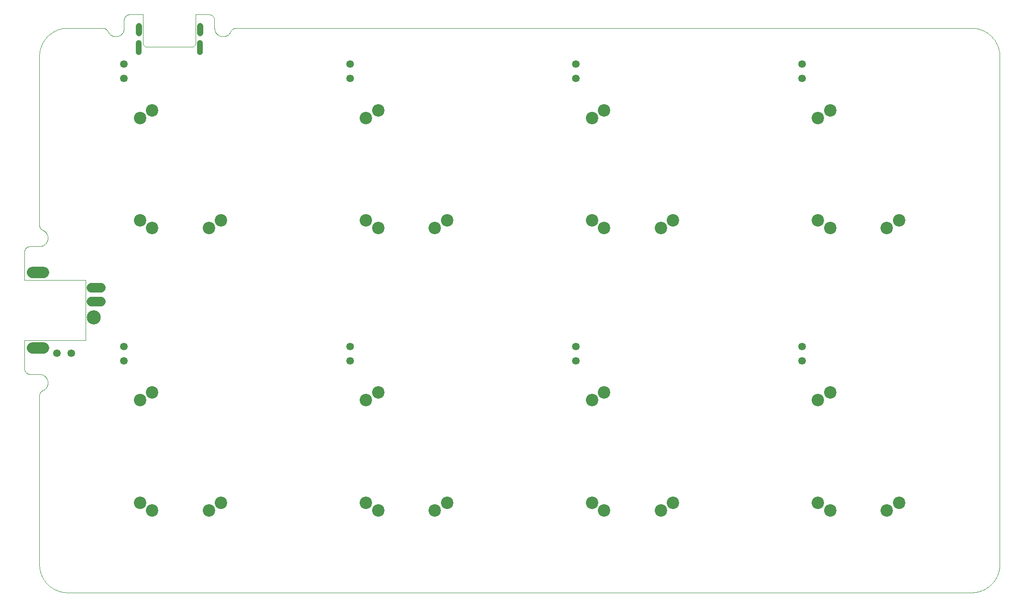
<source format=gbs>
G75*
%MOIN*%
%OFA0B0*%
%FSLAX25Y25*%
%IPPOS*%
%LPD*%
%AMOC8*
5,1,8,0,0,1.08239X$1,22.5*
%
%ADD10C,0.00004*%
%ADD11C,0.04331*%
%ADD12C,0.03937*%
%ADD13C,0.00000*%
%ADD14C,0.08661*%
%ADD15C,0.07874*%
%ADD16C,0.06693*%
%ADD17C,0.09843*%
%ADD18C,0.05315*%
D10*
X0049138Y0031815D02*
X0049138Y0149467D01*
X0049140Y0149590D01*
X0049146Y0149714D01*
X0049155Y0149837D01*
X0049169Y0149959D01*
X0049186Y0150081D01*
X0049207Y0150203D01*
X0049232Y0150324D01*
X0049261Y0150444D01*
X0049293Y0150563D01*
X0049330Y0150680D01*
X0049370Y0150797D01*
X0049413Y0150913D01*
X0049460Y0151027D01*
X0049511Y0151139D01*
X0049565Y0151250D01*
X0049622Y0151359D01*
X0049683Y0151466D01*
X0049748Y0151572D01*
X0049815Y0151675D01*
X0049886Y0151776D01*
X0049960Y0151875D01*
X0050037Y0151971D01*
X0050117Y0152065D01*
X0050200Y0152156D01*
X0050285Y0152245D01*
X0050374Y0152331D01*
X0050465Y0152414D01*
X0050558Y0152495D01*
X0050654Y0152572D01*
X0050753Y0152646D01*
X0050854Y0152717D01*
X0050956Y0152785D01*
X0051061Y0152850D01*
X0051168Y0152912D01*
X0051277Y0152970D01*
X0051388Y0153024D01*
X0051500Y0153075D01*
X0051639Y0153138D01*
X0051776Y0153204D01*
X0051911Y0153274D01*
X0052045Y0153347D01*
X0052176Y0153423D01*
X0052305Y0153503D01*
X0052433Y0153586D01*
X0052558Y0153673D01*
X0052681Y0153763D01*
X0052801Y0153855D01*
X0052919Y0153951D01*
X0053035Y0154050D01*
X0053148Y0154152D01*
X0053258Y0154257D01*
X0053366Y0154364D01*
X0053471Y0154474D01*
X0053573Y0154587D01*
X0053672Y0154703D01*
X0053768Y0154821D01*
X0053860Y0154941D01*
X0053950Y0155064D01*
X0054037Y0155189D01*
X0054120Y0155316D01*
X0054200Y0155446D01*
X0054277Y0155577D01*
X0054350Y0155710D01*
X0054420Y0155846D01*
X0054486Y0155982D01*
X0054549Y0156121D01*
X0054608Y0156261D01*
X0054664Y0156403D01*
X0054715Y0156546D01*
X0054764Y0156690D01*
X0054808Y0156835D01*
X0054849Y0156982D01*
X0054886Y0157130D01*
X0054919Y0157278D01*
X0054948Y0157427D01*
X0054973Y0157577D01*
X0054995Y0157728D01*
X0055013Y0157879D01*
X0055026Y0158030D01*
X0055036Y0158182D01*
X0055042Y0158334D01*
X0055044Y0158486D01*
X0055042Y0158638D01*
X0055036Y0158790D01*
X0055027Y0158942D01*
X0055013Y0159094D01*
X0054995Y0159245D01*
X0054974Y0159395D01*
X0054949Y0159545D01*
X0054919Y0159695D01*
X0054886Y0159843D01*
X0054850Y0159991D01*
X0054809Y0160137D01*
X0054765Y0160283D01*
X0054717Y0160427D01*
X0054665Y0160570D01*
X0054609Y0160712D01*
X0054550Y0160852D01*
X0054488Y0160991D01*
X0054421Y0161127D01*
X0054352Y0161263D01*
X0054278Y0161396D01*
X0054202Y0161527D01*
X0054122Y0161657D01*
X0054039Y0161784D01*
X0053952Y0161909D01*
X0053862Y0162032D01*
X0053770Y0162153D01*
X0053674Y0162271D01*
X0053575Y0162386D01*
X0053473Y0162499D01*
X0053368Y0162609D01*
X0053261Y0162717D01*
X0053150Y0162822D01*
X0053037Y0162924D01*
X0052922Y0163023D01*
X0052804Y0163119D01*
X0052683Y0163211D01*
X0052561Y0163301D01*
X0052436Y0163388D01*
X0052308Y0163471D01*
X0052179Y0163551D01*
X0052048Y0163628D01*
X0051914Y0163701D01*
X0051779Y0163771D01*
X0051642Y0163837D01*
X0051504Y0163900D01*
X0051363Y0163959D01*
X0051222Y0164014D01*
X0051079Y0164066D01*
X0050934Y0164114D01*
X0050789Y0164159D01*
X0050642Y0164199D01*
X0050495Y0164236D01*
X0050346Y0164269D01*
X0050197Y0164298D01*
X0050047Y0164324D01*
X0049897Y0164345D01*
X0049745Y0164363D01*
X0049594Y0164376D01*
X0049442Y0164386D01*
X0049290Y0164392D01*
X0049138Y0164394D01*
X0042642Y0164394D01*
X0042518Y0164396D01*
X0042395Y0164402D01*
X0042271Y0164411D01*
X0042149Y0164425D01*
X0042026Y0164442D01*
X0041904Y0164464D01*
X0041783Y0164489D01*
X0041663Y0164518D01*
X0041544Y0164550D01*
X0041425Y0164587D01*
X0041308Y0164627D01*
X0041193Y0164670D01*
X0041078Y0164718D01*
X0040966Y0164769D01*
X0040855Y0164823D01*
X0040745Y0164881D01*
X0040638Y0164942D01*
X0040532Y0165007D01*
X0040429Y0165075D01*
X0040328Y0165146D01*
X0040229Y0165220D01*
X0040132Y0165297D01*
X0040038Y0165378D01*
X0039947Y0165461D01*
X0039858Y0165547D01*
X0039772Y0165636D01*
X0039689Y0165727D01*
X0039608Y0165821D01*
X0039531Y0165918D01*
X0039457Y0166017D01*
X0039386Y0166118D01*
X0039318Y0166221D01*
X0039253Y0166327D01*
X0039192Y0166434D01*
X0039134Y0166544D01*
X0039080Y0166655D01*
X0039029Y0166767D01*
X0038981Y0166882D01*
X0038938Y0166997D01*
X0038898Y0167114D01*
X0038861Y0167233D01*
X0038829Y0167352D01*
X0038800Y0167472D01*
X0038775Y0167593D01*
X0038753Y0167715D01*
X0038736Y0167838D01*
X0038722Y0167960D01*
X0038713Y0168084D01*
X0038707Y0168207D01*
X0038705Y0168331D01*
X0038705Y0188016D01*
X0038705Y0229945D02*
X0038705Y0249630D01*
X0038707Y0249754D01*
X0038713Y0249877D01*
X0038722Y0250001D01*
X0038736Y0250123D01*
X0038753Y0250246D01*
X0038775Y0250368D01*
X0038800Y0250489D01*
X0038829Y0250609D01*
X0038861Y0250728D01*
X0038898Y0250847D01*
X0038938Y0250964D01*
X0038981Y0251079D01*
X0039029Y0251194D01*
X0039080Y0251306D01*
X0039134Y0251417D01*
X0039192Y0251527D01*
X0039253Y0251634D01*
X0039318Y0251740D01*
X0039386Y0251843D01*
X0039457Y0251944D01*
X0039531Y0252043D01*
X0039608Y0252140D01*
X0039689Y0252234D01*
X0039772Y0252325D01*
X0039858Y0252414D01*
X0039947Y0252500D01*
X0040038Y0252583D01*
X0040132Y0252664D01*
X0040229Y0252741D01*
X0040328Y0252815D01*
X0040429Y0252886D01*
X0040532Y0252954D01*
X0040638Y0253019D01*
X0040745Y0253080D01*
X0040855Y0253138D01*
X0040966Y0253192D01*
X0041078Y0253243D01*
X0041193Y0253291D01*
X0041308Y0253334D01*
X0041425Y0253374D01*
X0041544Y0253411D01*
X0041663Y0253443D01*
X0041783Y0253472D01*
X0041904Y0253497D01*
X0042026Y0253519D01*
X0042149Y0253536D01*
X0042271Y0253550D01*
X0042395Y0253559D01*
X0042518Y0253565D01*
X0042642Y0253567D01*
X0049138Y0253567D01*
X0049138Y0253566D02*
X0049290Y0253568D01*
X0049442Y0253574D01*
X0049594Y0253584D01*
X0049745Y0253597D01*
X0049897Y0253615D01*
X0050047Y0253636D01*
X0050197Y0253662D01*
X0050346Y0253691D01*
X0050495Y0253724D01*
X0050642Y0253761D01*
X0050789Y0253801D01*
X0050934Y0253846D01*
X0051079Y0253894D01*
X0051222Y0253946D01*
X0051363Y0254001D01*
X0051504Y0254060D01*
X0051642Y0254123D01*
X0051779Y0254189D01*
X0051914Y0254259D01*
X0052048Y0254332D01*
X0052179Y0254409D01*
X0052308Y0254489D01*
X0052436Y0254572D01*
X0052561Y0254659D01*
X0052683Y0254749D01*
X0052804Y0254841D01*
X0052922Y0254937D01*
X0053037Y0255036D01*
X0053150Y0255138D01*
X0053261Y0255243D01*
X0053368Y0255351D01*
X0053473Y0255461D01*
X0053575Y0255574D01*
X0053674Y0255689D01*
X0053770Y0255807D01*
X0053862Y0255928D01*
X0053952Y0256051D01*
X0054039Y0256176D01*
X0054122Y0256303D01*
X0054202Y0256433D01*
X0054278Y0256564D01*
X0054352Y0256697D01*
X0054421Y0256833D01*
X0054488Y0256969D01*
X0054550Y0257108D01*
X0054609Y0257248D01*
X0054665Y0257390D01*
X0054717Y0257533D01*
X0054765Y0257677D01*
X0054809Y0257823D01*
X0054850Y0257969D01*
X0054886Y0258117D01*
X0054919Y0258265D01*
X0054949Y0258415D01*
X0054974Y0258565D01*
X0054995Y0258715D01*
X0055013Y0258866D01*
X0055027Y0259018D01*
X0055036Y0259170D01*
X0055042Y0259322D01*
X0055044Y0259474D01*
X0055042Y0259626D01*
X0055036Y0259778D01*
X0055026Y0259930D01*
X0055013Y0260081D01*
X0054995Y0260232D01*
X0054973Y0260383D01*
X0054948Y0260533D01*
X0054919Y0260682D01*
X0054886Y0260830D01*
X0054849Y0260978D01*
X0054808Y0261125D01*
X0054764Y0261270D01*
X0054715Y0261414D01*
X0054664Y0261557D01*
X0054608Y0261699D01*
X0054549Y0261839D01*
X0054486Y0261978D01*
X0054420Y0262114D01*
X0054350Y0262250D01*
X0054277Y0262383D01*
X0054200Y0262514D01*
X0054120Y0262644D01*
X0054037Y0262771D01*
X0053950Y0262896D01*
X0053860Y0263019D01*
X0053768Y0263139D01*
X0053672Y0263257D01*
X0053573Y0263373D01*
X0053471Y0263486D01*
X0053366Y0263596D01*
X0053258Y0263703D01*
X0053148Y0263808D01*
X0053035Y0263910D01*
X0052919Y0264009D01*
X0052801Y0264105D01*
X0052681Y0264197D01*
X0052558Y0264287D01*
X0052433Y0264374D01*
X0052305Y0264457D01*
X0052176Y0264537D01*
X0052045Y0264613D01*
X0051911Y0264686D01*
X0051776Y0264756D01*
X0051639Y0264822D01*
X0051500Y0264885D01*
X0051388Y0264936D01*
X0051277Y0264990D01*
X0051168Y0265048D01*
X0051061Y0265110D01*
X0050956Y0265175D01*
X0050854Y0265243D01*
X0050753Y0265314D01*
X0050654Y0265388D01*
X0050558Y0265465D01*
X0050465Y0265546D01*
X0050374Y0265629D01*
X0050285Y0265715D01*
X0050200Y0265804D01*
X0050117Y0265895D01*
X0050037Y0265989D01*
X0049960Y0266085D01*
X0049886Y0266184D01*
X0049815Y0266285D01*
X0049748Y0266388D01*
X0049683Y0266494D01*
X0049622Y0266601D01*
X0049565Y0266710D01*
X0049511Y0266821D01*
X0049460Y0266933D01*
X0049413Y0267047D01*
X0049370Y0267163D01*
X0049330Y0267280D01*
X0049293Y0267397D01*
X0049261Y0267516D01*
X0049232Y0267636D01*
X0049207Y0267757D01*
X0049186Y0267879D01*
X0049169Y0268001D01*
X0049155Y0268123D01*
X0049146Y0268246D01*
X0049140Y0268370D01*
X0049138Y0268493D01*
X0049138Y0386146D01*
X0049144Y0386622D01*
X0049161Y0387097D01*
X0049190Y0387572D01*
X0049230Y0388046D01*
X0049282Y0388519D01*
X0049345Y0388990D01*
X0049419Y0389460D01*
X0049505Y0389928D01*
X0049602Y0390394D01*
X0049710Y0390857D01*
X0049829Y0391317D01*
X0049960Y0391775D01*
X0050101Y0392229D01*
X0050254Y0392680D01*
X0050417Y0393126D01*
X0050591Y0393569D01*
X0050776Y0394007D01*
X0050971Y0394441D01*
X0051177Y0394870D01*
X0051393Y0395294D01*
X0051619Y0395713D01*
X0051855Y0396126D01*
X0052101Y0396533D01*
X0052357Y0396934D01*
X0052623Y0397328D01*
X0052898Y0397717D01*
X0053182Y0398098D01*
X0053475Y0398472D01*
X0053777Y0398840D01*
X0054089Y0399200D01*
X0054408Y0399552D01*
X0054736Y0399896D01*
X0055073Y0400233D01*
X0055417Y0400561D01*
X0055769Y0400880D01*
X0056129Y0401192D01*
X0056497Y0401494D01*
X0056871Y0401787D01*
X0057252Y0402071D01*
X0057641Y0402346D01*
X0058035Y0402612D01*
X0058436Y0402868D01*
X0058843Y0403114D01*
X0059256Y0403350D01*
X0059675Y0403576D01*
X0060099Y0403792D01*
X0060528Y0403998D01*
X0060962Y0404193D01*
X0061400Y0404378D01*
X0061843Y0404552D01*
X0062289Y0404715D01*
X0062740Y0404868D01*
X0063194Y0405009D01*
X0063652Y0405140D01*
X0064112Y0405259D01*
X0064575Y0405367D01*
X0065041Y0405464D01*
X0065509Y0405550D01*
X0065979Y0405624D01*
X0066450Y0405687D01*
X0066923Y0405739D01*
X0067397Y0405779D01*
X0067872Y0405808D01*
X0068347Y0405825D01*
X0068823Y0405831D01*
X0093267Y0405831D01*
X0093390Y0405829D01*
X0093514Y0405823D01*
X0093637Y0405814D01*
X0093759Y0405800D01*
X0093881Y0405783D01*
X0094003Y0405762D01*
X0094124Y0405737D01*
X0094244Y0405708D01*
X0094363Y0405676D01*
X0094480Y0405639D01*
X0094597Y0405599D01*
X0094713Y0405556D01*
X0094827Y0405509D01*
X0094939Y0405458D01*
X0095050Y0405404D01*
X0095159Y0405347D01*
X0095266Y0405286D01*
X0095372Y0405221D01*
X0095475Y0405154D01*
X0095576Y0405083D01*
X0095675Y0405009D01*
X0095771Y0404932D01*
X0095865Y0404852D01*
X0095956Y0404769D01*
X0096045Y0404684D01*
X0096131Y0404595D01*
X0096214Y0404504D01*
X0096295Y0404411D01*
X0096372Y0404315D01*
X0096446Y0404216D01*
X0096517Y0404115D01*
X0096585Y0404013D01*
X0096650Y0403908D01*
X0096712Y0403801D01*
X0096770Y0403692D01*
X0096824Y0403581D01*
X0096875Y0403469D01*
X0096874Y0403469D02*
X0096937Y0403330D01*
X0097003Y0403193D01*
X0097073Y0403058D01*
X0097146Y0402924D01*
X0097222Y0402793D01*
X0097302Y0402664D01*
X0097385Y0402536D01*
X0097472Y0402411D01*
X0097562Y0402288D01*
X0097654Y0402168D01*
X0097750Y0402050D01*
X0097849Y0401934D01*
X0097951Y0401821D01*
X0098056Y0401711D01*
X0098163Y0401603D01*
X0098273Y0401498D01*
X0098386Y0401396D01*
X0098502Y0401297D01*
X0098620Y0401201D01*
X0098740Y0401109D01*
X0098863Y0401019D01*
X0098988Y0400932D01*
X0099115Y0400849D01*
X0099245Y0400769D01*
X0099376Y0400692D01*
X0099509Y0400619D01*
X0099645Y0400549D01*
X0099781Y0400483D01*
X0099920Y0400420D01*
X0100060Y0400361D01*
X0100202Y0400305D01*
X0100345Y0400254D01*
X0100489Y0400205D01*
X0100634Y0400161D01*
X0100781Y0400120D01*
X0100929Y0400083D01*
X0101077Y0400050D01*
X0101226Y0400021D01*
X0101376Y0399996D01*
X0101527Y0399974D01*
X0101678Y0399956D01*
X0101829Y0399943D01*
X0101981Y0399933D01*
X0102133Y0399927D01*
X0102285Y0399925D01*
X0102437Y0399927D01*
X0102589Y0399933D01*
X0102741Y0399942D01*
X0102893Y0399956D01*
X0103044Y0399974D01*
X0103194Y0399995D01*
X0103344Y0400020D01*
X0103494Y0400050D01*
X0103642Y0400083D01*
X0103790Y0400119D01*
X0103936Y0400160D01*
X0104082Y0400204D01*
X0104226Y0400252D01*
X0104369Y0400304D01*
X0104511Y0400360D01*
X0104651Y0400419D01*
X0104790Y0400481D01*
X0104926Y0400548D01*
X0105062Y0400617D01*
X0105195Y0400691D01*
X0105326Y0400767D01*
X0105456Y0400847D01*
X0105583Y0400930D01*
X0105708Y0401017D01*
X0105831Y0401107D01*
X0105952Y0401199D01*
X0106070Y0401295D01*
X0106185Y0401394D01*
X0106298Y0401496D01*
X0106408Y0401601D01*
X0106516Y0401708D01*
X0106621Y0401819D01*
X0106723Y0401932D01*
X0106822Y0402047D01*
X0106918Y0402165D01*
X0107010Y0402286D01*
X0107100Y0402408D01*
X0107187Y0402533D01*
X0107270Y0402661D01*
X0107350Y0402790D01*
X0107427Y0402921D01*
X0107500Y0403055D01*
X0107570Y0403190D01*
X0107636Y0403327D01*
X0107699Y0403465D01*
X0107758Y0403606D01*
X0107813Y0403747D01*
X0107865Y0403890D01*
X0107913Y0404035D01*
X0107958Y0404180D01*
X0107998Y0404327D01*
X0108035Y0404474D01*
X0108068Y0404623D01*
X0108097Y0404772D01*
X0108123Y0404922D01*
X0108144Y0405072D01*
X0108162Y0405224D01*
X0108175Y0405375D01*
X0108185Y0405527D01*
X0108191Y0405679D01*
X0108193Y0405831D01*
X0108193Y0411343D01*
X0108195Y0411467D01*
X0108201Y0411590D01*
X0108210Y0411714D01*
X0108224Y0411836D01*
X0108241Y0411959D01*
X0108263Y0412081D01*
X0108288Y0412202D01*
X0108317Y0412322D01*
X0108349Y0412441D01*
X0108386Y0412560D01*
X0108426Y0412677D01*
X0108469Y0412792D01*
X0108517Y0412907D01*
X0108568Y0413019D01*
X0108622Y0413130D01*
X0108680Y0413240D01*
X0108741Y0413347D01*
X0108806Y0413453D01*
X0108874Y0413556D01*
X0108945Y0413657D01*
X0109019Y0413756D01*
X0109096Y0413853D01*
X0109177Y0413947D01*
X0109260Y0414038D01*
X0109346Y0414127D01*
X0109435Y0414213D01*
X0109526Y0414296D01*
X0109620Y0414377D01*
X0109717Y0414454D01*
X0109816Y0414528D01*
X0109917Y0414599D01*
X0110020Y0414667D01*
X0110126Y0414732D01*
X0110233Y0414793D01*
X0110343Y0414851D01*
X0110454Y0414905D01*
X0110566Y0414956D01*
X0110681Y0415004D01*
X0110796Y0415047D01*
X0110913Y0415087D01*
X0111032Y0415124D01*
X0111151Y0415156D01*
X0111271Y0415185D01*
X0111392Y0415210D01*
X0111514Y0415232D01*
X0111637Y0415249D01*
X0111759Y0415263D01*
X0111883Y0415272D01*
X0112006Y0415278D01*
X0112130Y0415280D01*
X0121283Y0415280D01*
X0158094Y0415280D02*
X0167248Y0415280D01*
X0167372Y0415278D01*
X0167495Y0415272D01*
X0167619Y0415263D01*
X0167741Y0415249D01*
X0167864Y0415232D01*
X0167986Y0415210D01*
X0168107Y0415185D01*
X0168227Y0415156D01*
X0168346Y0415124D01*
X0168465Y0415087D01*
X0168582Y0415047D01*
X0168697Y0415004D01*
X0168812Y0414956D01*
X0168924Y0414905D01*
X0169035Y0414851D01*
X0169145Y0414793D01*
X0169252Y0414732D01*
X0169358Y0414667D01*
X0169461Y0414599D01*
X0169562Y0414528D01*
X0169661Y0414454D01*
X0169758Y0414377D01*
X0169852Y0414296D01*
X0169943Y0414213D01*
X0170032Y0414127D01*
X0170118Y0414038D01*
X0170201Y0413947D01*
X0170282Y0413853D01*
X0170359Y0413756D01*
X0170433Y0413657D01*
X0170504Y0413556D01*
X0170572Y0413453D01*
X0170637Y0413347D01*
X0170698Y0413240D01*
X0170756Y0413130D01*
X0170810Y0413019D01*
X0170861Y0412907D01*
X0170909Y0412792D01*
X0170952Y0412677D01*
X0170992Y0412560D01*
X0171029Y0412441D01*
X0171061Y0412322D01*
X0171090Y0412202D01*
X0171115Y0412081D01*
X0171137Y0411959D01*
X0171154Y0411836D01*
X0171168Y0411714D01*
X0171177Y0411590D01*
X0171183Y0411467D01*
X0171185Y0411343D01*
X0171185Y0405831D01*
X0171187Y0405679D01*
X0171193Y0405527D01*
X0171203Y0405375D01*
X0171216Y0405224D01*
X0171234Y0405072D01*
X0171255Y0404922D01*
X0171281Y0404772D01*
X0171310Y0404623D01*
X0171343Y0404474D01*
X0171380Y0404327D01*
X0171420Y0404180D01*
X0171465Y0404035D01*
X0171513Y0403890D01*
X0171565Y0403747D01*
X0171620Y0403606D01*
X0171679Y0403465D01*
X0171742Y0403327D01*
X0171808Y0403190D01*
X0171878Y0403055D01*
X0171951Y0402921D01*
X0172028Y0402790D01*
X0172108Y0402661D01*
X0172191Y0402533D01*
X0172278Y0402408D01*
X0172368Y0402286D01*
X0172460Y0402165D01*
X0172556Y0402047D01*
X0172655Y0401932D01*
X0172757Y0401819D01*
X0172862Y0401708D01*
X0172970Y0401601D01*
X0173080Y0401496D01*
X0173193Y0401394D01*
X0173308Y0401295D01*
X0173426Y0401199D01*
X0173547Y0401107D01*
X0173670Y0401017D01*
X0173795Y0400930D01*
X0173922Y0400847D01*
X0174052Y0400767D01*
X0174183Y0400691D01*
X0174316Y0400617D01*
X0174452Y0400548D01*
X0174588Y0400481D01*
X0174727Y0400419D01*
X0174867Y0400360D01*
X0175009Y0400304D01*
X0175152Y0400252D01*
X0175296Y0400204D01*
X0175442Y0400160D01*
X0175588Y0400119D01*
X0175736Y0400083D01*
X0175884Y0400050D01*
X0176034Y0400020D01*
X0176184Y0399995D01*
X0176334Y0399974D01*
X0176485Y0399956D01*
X0176637Y0399942D01*
X0176789Y0399933D01*
X0176941Y0399927D01*
X0177093Y0399925D01*
X0177245Y0399927D01*
X0177397Y0399933D01*
X0177549Y0399943D01*
X0177700Y0399956D01*
X0177851Y0399974D01*
X0178002Y0399996D01*
X0178152Y0400021D01*
X0178301Y0400050D01*
X0178449Y0400083D01*
X0178597Y0400120D01*
X0178744Y0400161D01*
X0178889Y0400205D01*
X0179033Y0400254D01*
X0179176Y0400305D01*
X0179318Y0400361D01*
X0179458Y0400420D01*
X0179597Y0400483D01*
X0179733Y0400549D01*
X0179869Y0400619D01*
X0180002Y0400692D01*
X0180133Y0400769D01*
X0180263Y0400849D01*
X0180390Y0400932D01*
X0180515Y0401019D01*
X0180638Y0401109D01*
X0180758Y0401201D01*
X0180876Y0401297D01*
X0180992Y0401396D01*
X0181105Y0401498D01*
X0181215Y0401603D01*
X0181322Y0401711D01*
X0181427Y0401821D01*
X0181529Y0401934D01*
X0181628Y0402050D01*
X0181724Y0402168D01*
X0181816Y0402288D01*
X0181906Y0402411D01*
X0181993Y0402536D01*
X0182076Y0402664D01*
X0182156Y0402793D01*
X0182232Y0402924D01*
X0182305Y0403058D01*
X0182375Y0403193D01*
X0182441Y0403330D01*
X0182504Y0403469D01*
X0182503Y0403469D02*
X0182554Y0403581D01*
X0182608Y0403692D01*
X0182666Y0403801D01*
X0182728Y0403908D01*
X0182793Y0404013D01*
X0182861Y0404115D01*
X0182932Y0404216D01*
X0183006Y0404315D01*
X0183083Y0404411D01*
X0183164Y0404504D01*
X0183247Y0404595D01*
X0183333Y0404684D01*
X0183422Y0404769D01*
X0183513Y0404852D01*
X0183607Y0404932D01*
X0183703Y0405009D01*
X0183802Y0405083D01*
X0183903Y0405154D01*
X0184006Y0405221D01*
X0184112Y0405286D01*
X0184219Y0405347D01*
X0184328Y0405404D01*
X0184439Y0405458D01*
X0184551Y0405509D01*
X0184665Y0405556D01*
X0184781Y0405599D01*
X0184898Y0405639D01*
X0185015Y0405676D01*
X0185134Y0405708D01*
X0185254Y0405737D01*
X0185375Y0405762D01*
X0185497Y0405783D01*
X0185619Y0405800D01*
X0185741Y0405814D01*
X0185864Y0405823D01*
X0185988Y0405829D01*
X0186111Y0405831D01*
X0698744Y0405831D01*
X0699220Y0405825D01*
X0699695Y0405808D01*
X0700170Y0405779D01*
X0700644Y0405739D01*
X0701117Y0405687D01*
X0701588Y0405624D01*
X0702058Y0405550D01*
X0702526Y0405464D01*
X0702992Y0405367D01*
X0703455Y0405259D01*
X0703915Y0405140D01*
X0704373Y0405009D01*
X0704827Y0404868D01*
X0705278Y0404715D01*
X0705724Y0404552D01*
X0706167Y0404378D01*
X0706605Y0404193D01*
X0707039Y0403998D01*
X0707468Y0403792D01*
X0707892Y0403576D01*
X0708311Y0403350D01*
X0708724Y0403114D01*
X0709131Y0402868D01*
X0709532Y0402612D01*
X0709926Y0402346D01*
X0710315Y0402071D01*
X0710696Y0401787D01*
X0711070Y0401494D01*
X0711438Y0401192D01*
X0711798Y0400880D01*
X0712150Y0400561D01*
X0712494Y0400233D01*
X0712831Y0399896D01*
X0713159Y0399552D01*
X0713478Y0399200D01*
X0713790Y0398840D01*
X0714092Y0398472D01*
X0714385Y0398098D01*
X0714669Y0397717D01*
X0714944Y0397328D01*
X0715210Y0396934D01*
X0715466Y0396533D01*
X0715712Y0396126D01*
X0715948Y0395713D01*
X0716174Y0395294D01*
X0716390Y0394870D01*
X0716596Y0394441D01*
X0716791Y0394007D01*
X0716976Y0393569D01*
X0717150Y0393126D01*
X0717313Y0392680D01*
X0717466Y0392229D01*
X0717607Y0391775D01*
X0717738Y0391317D01*
X0717857Y0390857D01*
X0717965Y0390394D01*
X0718062Y0389928D01*
X0718148Y0389460D01*
X0718222Y0388990D01*
X0718285Y0388519D01*
X0718337Y0388046D01*
X0718377Y0387572D01*
X0718406Y0387097D01*
X0718423Y0386622D01*
X0718429Y0386146D01*
X0718429Y0031815D01*
X0718423Y0031339D01*
X0718406Y0030864D01*
X0718377Y0030389D01*
X0718337Y0029915D01*
X0718285Y0029442D01*
X0718222Y0028971D01*
X0718148Y0028501D01*
X0718062Y0028033D01*
X0717965Y0027567D01*
X0717857Y0027104D01*
X0717738Y0026644D01*
X0717607Y0026186D01*
X0717466Y0025732D01*
X0717313Y0025281D01*
X0717150Y0024835D01*
X0716976Y0024392D01*
X0716791Y0023954D01*
X0716596Y0023520D01*
X0716390Y0023091D01*
X0716174Y0022667D01*
X0715948Y0022248D01*
X0715712Y0021835D01*
X0715466Y0021428D01*
X0715210Y0021027D01*
X0714944Y0020633D01*
X0714669Y0020244D01*
X0714385Y0019863D01*
X0714092Y0019489D01*
X0713790Y0019121D01*
X0713478Y0018761D01*
X0713159Y0018409D01*
X0712831Y0018065D01*
X0712494Y0017728D01*
X0712150Y0017400D01*
X0711798Y0017081D01*
X0711438Y0016769D01*
X0711070Y0016467D01*
X0710696Y0016174D01*
X0710315Y0015890D01*
X0709926Y0015615D01*
X0709532Y0015349D01*
X0709131Y0015093D01*
X0708724Y0014847D01*
X0708311Y0014611D01*
X0707892Y0014385D01*
X0707468Y0014169D01*
X0707039Y0013963D01*
X0706605Y0013768D01*
X0706167Y0013583D01*
X0705724Y0013409D01*
X0705278Y0013246D01*
X0704827Y0013093D01*
X0704373Y0012952D01*
X0703915Y0012821D01*
X0703455Y0012702D01*
X0702992Y0012594D01*
X0702526Y0012497D01*
X0702058Y0012411D01*
X0701588Y0012337D01*
X0701117Y0012274D01*
X0700644Y0012222D01*
X0700170Y0012182D01*
X0699695Y0012153D01*
X0699220Y0012136D01*
X0698744Y0012130D01*
X0068823Y0012130D01*
X0068347Y0012136D01*
X0067872Y0012153D01*
X0067397Y0012182D01*
X0066923Y0012222D01*
X0066450Y0012274D01*
X0065979Y0012337D01*
X0065509Y0012411D01*
X0065041Y0012497D01*
X0064575Y0012594D01*
X0064112Y0012702D01*
X0063652Y0012821D01*
X0063194Y0012952D01*
X0062740Y0013093D01*
X0062289Y0013246D01*
X0061843Y0013409D01*
X0061400Y0013583D01*
X0060962Y0013768D01*
X0060528Y0013963D01*
X0060099Y0014169D01*
X0059675Y0014385D01*
X0059256Y0014611D01*
X0058843Y0014847D01*
X0058436Y0015093D01*
X0058035Y0015349D01*
X0057641Y0015615D01*
X0057252Y0015890D01*
X0056871Y0016174D01*
X0056497Y0016467D01*
X0056129Y0016769D01*
X0055769Y0017081D01*
X0055417Y0017400D01*
X0055073Y0017728D01*
X0054736Y0018065D01*
X0054408Y0018409D01*
X0054089Y0018761D01*
X0053777Y0019121D01*
X0053475Y0019489D01*
X0053182Y0019863D01*
X0052898Y0020244D01*
X0052623Y0020633D01*
X0052357Y0021027D01*
X0052101Y0021428D01*
X0051855Y0021835D01*
X0051619Y0022248D01*
X0051393Y0022667D01*
X0051177Y0023091D01*
X0050971Y0023520D01*
X0050776Y0023954D01*
X0050591Y0024392D01*
X0050417Y0024835D01*
X0050254Y0025281D01*
X0050101Y0025732D01*
X0049960Y0026186D01*
X0049829Y0026644D01*
X0049710Y0027104D01*
X0049602Y0027567D01*
X0049505Y0028033D01*
X0049419Y0028501D01*
X0049345Y0028971D01*
X0049282Y0029442D01*
X0049230Y0029915D01*
X0049190Y0030389D01*
X0049161Y0030864D01*
X0049144Y0031339D01*
X0049138Y0031815D01*
D11*
X0118429Y0402406D02*
X0118429Y0406736D01*
X0118429Y0407524D02*
X0118429Y0403193D01*
X0160949Y0403193D02*
X0160949Y0407524D01*
X0160949Y0406736D02*
X0160949Y0402406D01*
D12*
X0160949Y0395299D02*
X0160949Y0391362D01*
X0160949Y0393134D02*
X0160949Y0389197D01*
X0118429Y0389197D02*
X0118429Y0393134D01*
X0118429Y0391362D02*
X0118429Y0395299D01*
D13*
X0121283Y0394433D02*
X0122957Y0392760D01*
X0156421Y0392760D01*
X0158094Y0394433D01*
X0158094Y0415280D01*
X0159374Y0415280D01*
X0121283Y0415280D02*
X0121283Y0394433D01*
X0121283Y0415280D02*
X0120004Y0415280D01*
X0038705Y0241756D02*
X0038705Y0229945D01*
X0081224Y0229945D01*
X0081224Y0188016D01*
X0038705Y0188016D01*
X0038705Y0176205D01*
D14*
X0119330Y0146301D03*
X0127811Y0151601D03*
X0119330Y0074809D03*
X0127811Y0069510D03*
X0167315Y0069510D03*
X0175796Y0074809D03*
X0276811Y0074809D03*
X0285291Y0069510D03*
X0324795Y0069510D03*
X0333276Y0074809D03*
X0434291Y0074809D03*
X0442771Y0069510D03*
X0482276Y0069510D03*
X0490756Y0074809D03*
X0591771Y0074809D03*
X0600252Y0069510D03*
X0639756Y0069510D03*
X0648237Y0074809D03*
X0591771Y0146301D03*
X0600252Y0151601D03*
X0442771Y0151601D03*
X0434291Y0146301D03*
X0285291Y0151601D03*
X0276811Y0146301D03*
X0285291Y0266360D03*
X0276811Y0271659D03*
X0324795Y0266360D03*
X0333276Y0271659D03*
X0434291Y0271659D03*
X0442771Y0266360D03*
X0482276Y0266360D03*
X0490756Y0271659D03*
X0591771Y0271659D03*
X0600252Y0266360D03*
X0639756Y0266360D03*
X0648237Y0271659D03*
X0591771Y0343152D03*
X0600252Y0348451D03*
X0442771Y0348451D03*
X0434291Y0343152D03*
X0285291Y0348451D03*
X0276811Y0343152D03*
X0175796Y0271659D03*
X0167315Y0266360D03*
X0127811Y0266360D03*
X0119330Y0271659D03*
X0119330Y0343152D03*
X0127811Y0348451D03*
D15*
X0052091Y0235358D02*
X0044217Y0235358D01*
X0044217Y0182602D02*
X0052091Y0182602D01*
D16*
X0085358Y0215102D02*
X0092051Y0215102D01*
X0092051Y0224748D02*
X0085358Y0224748D01*
D17*
X0086933Y0204079D03*
D18*
X0108193Y0183746D03*
X0108193Y0173746D03*
X0071264Y0179157D03*
X0061264Y0179157D03*
X0265673Y0183746D03*
X0265673Y0173746D03*
X0423154Y0173746D03*
X0423154Y0183746D03*
X0580634Y0183746D03*
X0580634Y0173746D03*
X0580634Y0370596D03*
X0580634Y0380596D03*
X0423154Y0380596D03*
X0423154Y0370596D03*
X0265673Y0370596D03*
X0265673Y0380596D03*
X0108193Y0380596D03*
X0108193Y0370596D03*
M02*

</source>
